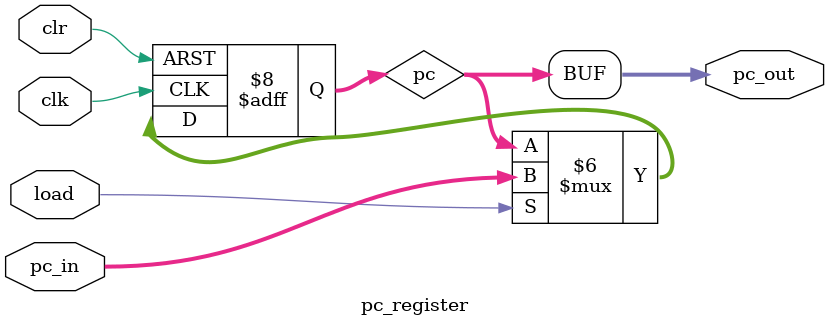
<source format=sv>
module pc_register(
	input clk,
	input clr,
	input load,
	input [31:0] pc_in,
	output [31:0] pc_out
	);
	
	logic [31:0] pc;
	logic [31:0] pc_temp;
	
	always_ff @(posedge clk) begin
	
		pc_temp <= pc;
			
	end
	
	always_ff @(posedge clk, negedge clr) begin
	
		if (clr == 0)
		
			pc <= 0;
			
		else if (load == 1)
		
			pc <= pc_in;
			
		else
		
			pc <= pc;
	
	end
	
	assign pc_out = pc;
	
endmodule

</source>
